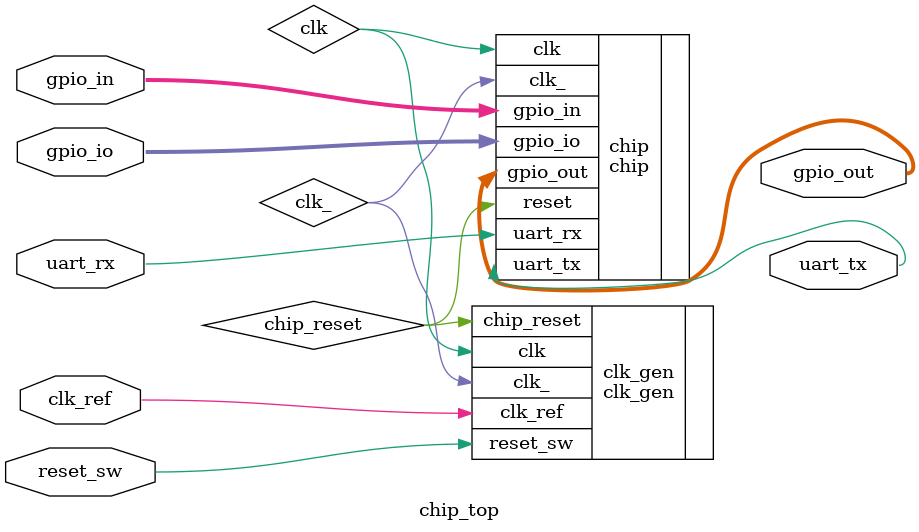
<source format=v>
module chip_top(clk_ref,reset_sw,uart_tx,uart_rx,gpio_in,gpio_out,gpio_io);
	input clk_ref,reset_sw;
	input uart_rx;
	output uart_tx;
	input[3:0] gpio_in;
	output[17:0] gpio_out;
	inout[15:0] gpio_io;
	
	clk_gen clk_gen(.clk_ref(clk_ref),.reset_sw(reset_sw),.clk(clk),.clk_(clk_),.chip_reset(chip_reset));
	
	chip chip(.clk(clk),.clk_(clk_),.reset(chip_reset),.uart_rx(uart_rx),.uart_tx(uart_tx),.gpio_in(gpio_in),
		.gpio_io(gpio_io),.gpio_out(gpio_out));
		
endmodule
</source>
